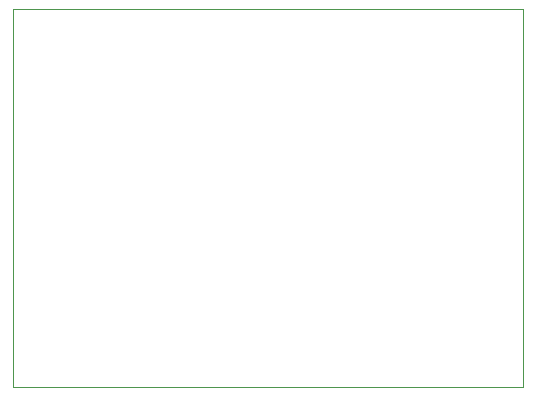
<source format=gbr>
%TF.GenerationSoftware,KiCad,Pcbnew,(5.1.9)-1*%
%TF.CreationDate,2021-10-26T11:54:14+02:00*%
%TF.ProjectId,DSMR-esp,44534d52-2d65-4737-902e-6b696361645f,rev?*%
%TF.SameCoordinates,Original*%
%TF.FileFunction,Profile,NP*%
%FSLAX46Y46*%
G04 Gerber Fmt 4.6, Leading zero omitted, Abs format (unit mm)*
G04 Created by KiCad (PCBNEW (5.1.9)-1) date 2021-10-26 11:54:14*
%MOMM*%
%LPD*%
G01*
G04 APERTURE LIST*
%TA.AperFunction,Profile*%
%ADD10C,0.050000*%
%TD*%
G04 APERTURE END LIST*
D10*
X28956000Y-27940000D02*
X28956000Y-59944000D01*
X72136000Y-27940000D02*
X28956000Y-27940000D01*
X72136000Y-59944000D02*
X72136000Y-27940000D01*
X28956000Y-59944000D02*
X72136000Y-59944000D01*
M02*

</source>
